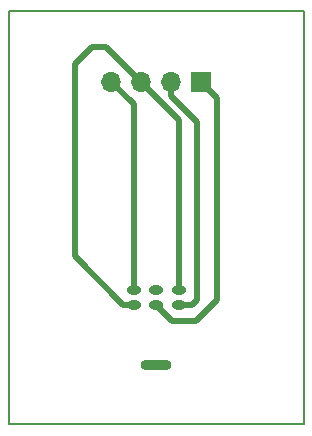
<source format=gbr>
%TF.GenerationSoftware,KiCad,Pcbnew,8.0.2*%
%TF.CreationDate,2024-05-10T00:29:15+02:00*%
%TF.ProjectId,Gamecube controller breakout,47616d65-6375-4626-9520-636f6e74726f,rev?*%
%TF.SameCoordinates,Original*%
%TF.FileFunction,Copper,L1,Top*%
%TF.FilePolarity,Positive*%
%FSLAX46Y46*%
G04 Gerber Fmt 4.6, Leading zero omitted, Abs format (unit mm)*
G04 Created by KiCad (PCBNEW 8.0.2) date 2024-05-10 00:29:15*
%MOMM*%
%LPD*%
G01*
G04 APERTURE LIST*
%TA.AperFunction,NonConductor*%
%ADD10C,0.200000*%
%TD*%
%TA.AperFunction,ComponentPad*%
%ADD11O,1.200000X0.800000*%
%TD*%
%TA.AperFunction,ComponentPad*%
%ADD12R,1.700000X1.700000*%
%TD*%
%TA.AperFunction,ComponentPad*%
%ADD13O,1.700000X1.700000*%
%TD*%
%TA.AperFunction,ComponentPad*%
%ADD14O,2.650000X0.850000*%
%TD*%
%TA.AperFunction,Conductor*%
%ADD15C,0.500000*%
%TD*%
G04 APERTURE END LIST*
D10*
X126292600Y-76412130D02*
X151292600Y-76412130D01*
X151292600Y-111412130D01*
X126292600Y-111412130D01*
X126292600Y-76412130D01*
D11*
%TO.P,,3*%
%TO.N,N/C*%
X136882600Y-101297580D03*
%TD*%
%TO.P,,4*%
%TO.N,N/C*%
X140702600Y-100027580D03*
%TD*%
D12*
%TO.P,REF\u002A\u002A,1*%
%TO.N,N/C*%
X142592600Y-82412200D03*
D13*
%TO.P,REF\u002A\u002A,2*%
X140052600Y-82412200D03*
%TO.P,REF\u002A\u002A,3*%
X137512600Y-82412200D03*
%TO.P,REF\u002A\u002A,4*%
X134972600Y-82412200D03*
%TD*%
D11*
%TO.P,,5*%
%TO.N,N/C*%
X138792600Y-100027580D03*
%TD*%
D14*
%TO.P,,0*%
%TO.N,N/C*%
X138792600Y-106412580D03*
%TD*%
D11*
%TO.P,,2*%
%TO.N,N/C*%
X138792600Y-101297580D03*
%TD*%
%TO.P,,1*%
%TO.N,N/C*%
X140702600Y-101297580D03*
%TD*%
%TO.P,,6*%
%TO.N,N/C*%
X136882600Y-100027580D03*
%TD*%
D15*
%TO.N,*%
X136882600Y-84322200D02*
X134972600Y-82412200D01*
X131906040Y-80907160D02*
X133353840Y-79459360D01*
X143971040Y-83790640D02*
X142592600Y-82412200D01*
X140702600Y-85602200D02*
X137512600Y-82412200D01*
X140702600Y-100027580D02*
X140702600Y-85602200D01*
X131906040Y-97188560D02*
X131906040Y-80907160D01*
X138792600Y-101306520D02*
X140161040Y-102674960D01*
X140161040Y-102674960D02*
X142167640Y-102674960D01*
X133353840Y-79459360D02*
X134559760Y-79459360D01*
X136882600Y-101297580D02*
X136015060Y-101297580D01*
X143971040Y-100871560D02*
X143971040Y-83790640D01*
X136882600Y-100027580D02*
X136882600Y-84322200D01*
X140052600Y-82412200D02*
X140052600Y-83618120D01*
X142269240Y-85834760D02*
X142269240Y-100846160D01*
X134559760Y-79459360D02*
X137512600Y-82412200D01*
X142269240Y-100846160D02*
X141817820Y-101297580D01*
X138792600Y-101297580D02*
X138792600Y-101306520D01*
X142167640Y-102674960D02*
X143971040Y-100871560D01*
X140052600Y-83618120D02*
X142269240Y-85834760D01*
X136015060Y-101297580D02*
X131906040Y-97188560D01*
X141817820Y-101297580D02*
X140702600Y-101297580D01*
%TD*%
M02*

</source>
